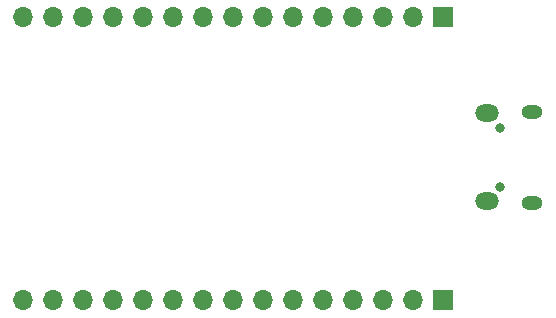
<source format=gbr>
%TF.GenerationSoftware,KiCad,Pcbnew,8.0.7*%
%TF.CreationDate,2025-01-11T18:27:59+02:00*%
%TF.ProjectId,STM32TrialPcb,53544d33-3254-4726-9961-6c5063622e6b,rev?*%
%TF.SameCoordinates,Original*%
%TF.FileFunction,Soldermask,Bot*%
%TF.FilePolarity,Negative*%
%FSLAX46Y46*%
G04 Gerber Fmt 4.6, Leading zero omitted, Abs format (unit mm)*
G04 Created by KiCad (PCBNEW 8.0.7) date 2025-01-11 18:27:59*
%MOMM*%
%LPD*%
G01*
G04 APERTURE LIST*
%ADD10O,1.700000X1.700000*%
%ADD11R,1.700000X1.700000*%
%ADD12O,0.800000X0.800000*%
%ADD13O,1.800000X1.150000*%
%ADD14O,2.000000X1.450000*%
G04 APERTURE END LIST*
D10*
%TO.C,J3*%
X130660000Y-106940000D03*
X133200000Y-106940000D03*
X135740000Y-106940000D03*
X138280000Y-106940000D03*
X140820000Y-106940000D03*
X143360000Y-106940000D03*
X145900000Y-106940000D03*
X148440000Y-106940000D03*
X150980000Y-106940000D03*
X153520000Y-106940000D03*
X156060000Y-106940000D03*
X158600000Y-106940000D03*
X161140000Y-106940000D03*
X163680000Y-106940000D03*
D11*
X166220000Y-106940000D03*
%TD*%
D10*
%TO.C,J2*%
X130660000Y-82960000D03*
X133200000Y-82960000D03*
X135740000Y-82960000D03*
X138280000Y-82960000D03*
X140820000Y-82960000D03*
X143360000Y-82960000D03*
X145900000Y-82960000D03*
X148440000Y-82960000D03*
X150980000Y-82960000D03*
X153520000Y-82960000D03*
X156060000Y-82960000D03*
X158600000Y-82960000D03*
X161140000Y-82960000D03*
X163680000Y-82960000D03*
D11*
X166220000Y-82960000D03*
%TD*%
D12*
%TO.C,J1*%
X170990000Y-97325000D03*
X170990000Y-92325000D03*
D13*
X173740000Y-98700000D03*
D14*
X169940000Y-98550000D03*
X169940000Y-91100000D03*
D13*
X173740000Y-90950000D03*
%TD*%
M02*

</source>
